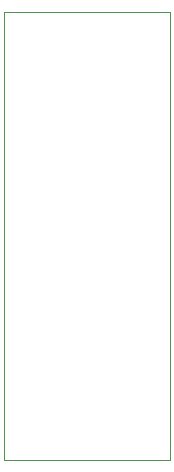
<source format=gbr>
%TF.GenerationSoftware,KiCad,Pcbnew,7.0.7-dirty*%
%TF.CreationDate,2023-09-27T11:33:23-05:00*%
%TF.ProjectId,BBB_JTAG_CTI20_SMT_TI20_SMT,4242425f-4a54-4414-975f-43544932305f,rev?*%
%TF.SameCoordinates,Original*%
%TF.FileFunction,Profile,NP*%
%FSLAX46Y46*%
G04 Gerber Fmt 4.6, Leading zero omitted, Abs format (unit mm)*
G04 Created by KiCad (PCBNEW 7.0.7-dirty) date 2023-09-27 11:33:23*
%MOMM*%
%LPD*%
G01*
G04 APERTURE LIST*
%TA.AperFunction,Profile*%
%ADD10C,0.050000*%
%TD*%
G04 APERTURE END LIST*
D10*
X141501100Y-124003600D02*
X155501100Y-124003600D01*
X155501100Y-124003600D02*
X155501100Y-86003600D01*
X155501100Y-86003600D02*
X141501100Y-86003600D01*
X141501100Y-86003600D02*
X141501100Y-124003600D01*
M02*

</source>
